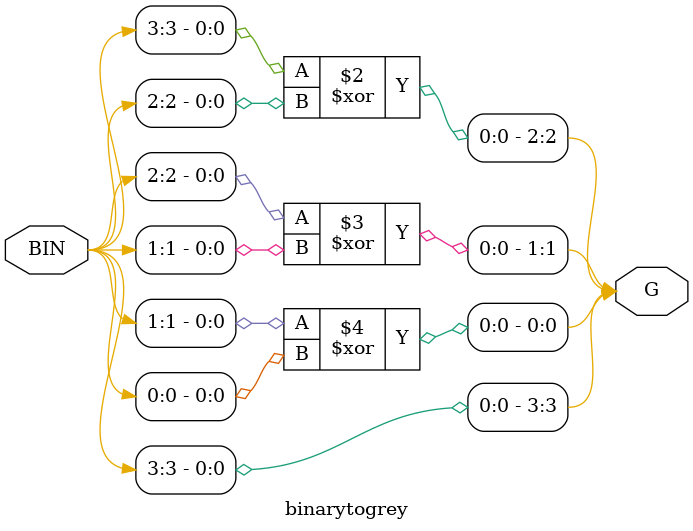
<source format=v>
`timescale 1ns / 1ps
module binarytogrey(
    input [3:0] BIN,
    output [3:0] G
    );
	reg [3:0] G;
	
	always@(BIN) begin
		G[3]=BIN[3];
		G[2]=BIN[3]^BIN[2];
		G[1]=BIN[2]^BIN[1];
		G[0]=BIN[1]^BIN[0];
	end		

endmodule

</source>
